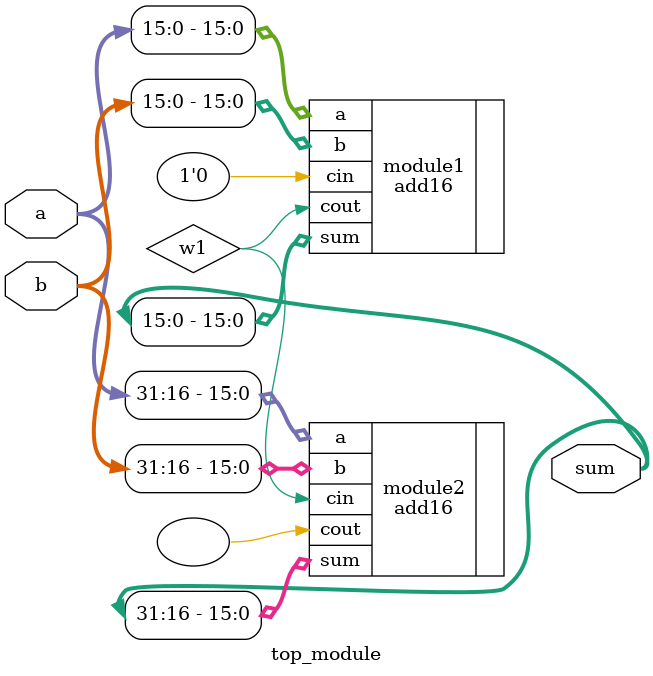
<source format=v>
		
		
		module top_module(input [31:0] a, input [31:0] b, output [31:0] sum);
			
			wire w1;
			
			add16 module1(
				.a(a[15:0]),
				.b(b[15:0]),
				.cin(1'b0),
				.cout(w1),
				.sum(sum[15:0])
			);
			
		add16 module2(
			.a(a[31:16]),
			.b(b[31:16]),
			.cin(w1),
			.cout(),
			.sum(sum[31:16])
		);
		
endmodule
			
</source>
